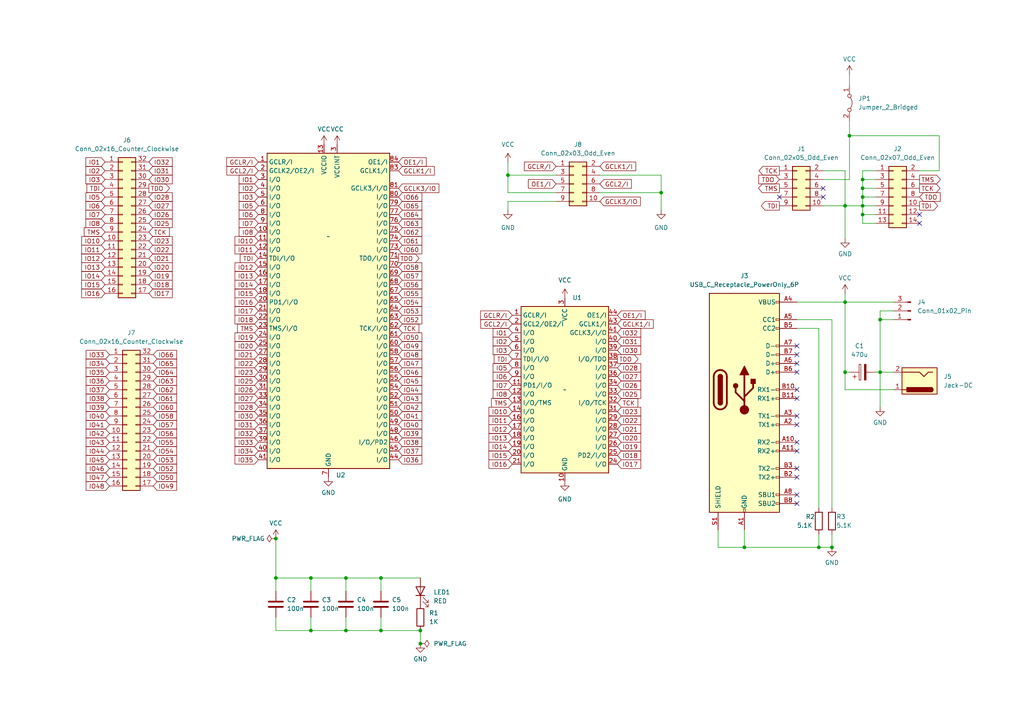
<source format=kicad_sch>
(kicad_sch (version 20230121) (generator eeschema)
  (paper "A4")
  (lib_symbols
    (symbol "CPLD_Microchip:ATF1502AS-PLCC44"
      (property "Reference" "U" (at 0 0 0))
      (symbol "ATF1502AS-PLCC44_1_1"
        (pin input line (at -15.24 21.59 0) (length 2.54) (name "GCLR/I") (number "1"))
        (pin power_in line (at 0 -26.67 90) (length 2.54) (name "GND") (number "10"))
        (pin bidirectional line (at -15.24 1.27 0) (length 2.54) (name "PD1/I/O") (number "11"))
        (pin bidirectional line (at -15.24 -1.27 0) (length 2.54) (name "I/O") (number "12"))
        (pin bidirectional line (at -15.24 -3.81 0) (length 2.54) (name "I/O/TMS") (number "13"))
        (pin bidirectional line (at -15.24 -6.35 0) (length 2.54) (name "I/O") (number "14"))
        (pin passive line (at 0 26.67 270) (length 2.54) hide (name "VCC") (number "15"))
        (pin bidirectional line (at -15.24 -8.89 0) (length 2.54) (name "I/O") (number "16"))
        (pin bidirectional line (at -15.24 -11.43 0) (length 2.54) (name "I/O") (number "17"))
        (pin bidirectional line (at -15.24 -13.97 0) (length 2.54) (name "I/O") (number "18"))
        (pin bidirectional line (at -15.24 -16.51 0) (length 2.54) (name "I/O") (number "19"))
        (pin input line (at -15.24 19.05 0) (length 2.54) (name "GCL2/OE2/I") (number "2"))
        (pin bidirectional line (at -15.24 -19.05 0) (length 2.54) (name "I/O") (number "20"))
        (pin bidirectional line (at -15.24 -21.59 0) (length 2.54) (name "I/O") (number "21"))
        (pin passive line (at 0 -26.67 90) (length 2.54) hide (name "GND") (number "22"))
        (pin passive line (at 0 26.67 270) (length 2.54) hide (name "VCC") (number "23"))
        (pin bidirectional line (at 15.24 -21.59 180) (length 2.54) (name "I/O") (number "24"))
        (pin bidirectional line (at 15.24 -19.05 180) (length 2.54) (name "PD2/I/O") (number "25"))
        (pin bidirectional line (at 15.24 -16.51 180) (length 2.54) (name "I/O") (number "26"))
        (pin bidirectional line (at 15.24 -13.97 180) (length 2.54) (name "I/O") (number "27"))
        (pin bidirectional line (at 15.24 -11.43 180) (length 2.54) (name "I/O") (number "28"))
        (pin bidirectional line (at 15.24 -8.89 180) (length 2.54) (name "I/O") (number "29"))
        (pin power_in line (at 0 26.67 270) (length 2.54) (name "VCC") (number "3"))
        (pin passive line (at 0 -26.67 90) (length 2.54) hide (name "GND") (number "30"))
        (pin bidirectional line (at 15.24 -6.35 180) (length 2.54) (name "I/O") (number "31"))
        (pin bidirectional line (at 15.24 -3.81 180) (length 2.54) (name "I/O/TCK") (number "32"))
        (pin bidirectional line (at 15.24 -1.27 180) (length 2.54) (name "I/O") (number "33"))
        (pin bidirectional line (at 15.24 1.27 180) (length 2.54) (name "I/O") (number "34"))
        (pin passive line (at 0 26.67 270) (length 2.54) hide (name "VCC") (number "35"))
        (pin bidirectional line (at 15.24 3.81 180) (length 2.54) (name "I/O") (number "36"))
        (pin bidirectional line (at 15.24 6.35 180) (length 2.54) (name "I/O") (number "37"))
        (pin bidirectional line (at 15.24 8.89 180) (length 2.54) (name "I/O/TDO") (number "38"))
        (pin bidirectional line (at 15.24 11.43 180) (length 2.54) (name "I/O") (number "39"))
        (pin bidirectional line (at -15.24 16.51 0) (length 2.54) (name "I/O") (number "4"))
        (pin bidirectional line (at 15.24 13.97 180) (length 2.54) (name "I/O") (number "40"))
        (pin bidirectional line (at 15.24 16.51 180) (length 2.54) (name "GCLK3/I/O") (number "41"))
        (pin passive line (at 0 -26.67 90) (length 2.54) hide (name "GND") (number "42"))
        (pin input line (at 15.24 19.05 180) (length 2.54) (name "GCLK1/I") (number "43"))
        (pin input line (at 15.24 21.59 180) (length 2.54) (name "OE1/I") (number "44"))
        (pin bidirectional line (at -15.24 13.97 0) (length 2.54) (name "I/O") (number "5"))
        (pin bidirectional line (at -15.24 11.43 0) (length 2.54) (name "I/O") (number "6"))
        (pin bidirectional line (at -15.24 8.89 0) (length 2.54) (name "TDI/I/O") (number "7"))
        (pin bidirectional line (at -15.24 6.35 0) (length 2.54) (name "I/O") (number "8"))
        (pin bidirectional line (at -15.24 3.81 0) (length 2.54) (name "I/O") (number "9"))
      )
    )
    (symbol "CPLD_Microchip:ATF1504AS-PLCC84"
      (property "Reference" "U" (at 0 0 0))
      (symbol "ATF1504AS-PLCC84_1_1"
        (pin input line (at -20.32 43.18 0) (length 2.54) (name "GCLR/I") (number "1"))
        (pin bidirectional line (at -20.32 22.86 0) (length 2.54) (name "I/O") (number "10"))
        (pin bidirectional line (at -20.32 20.32 0) (length 2.54) (name "I/O") (number "11"))
        (pin bidirectional line (at -20.32 17.78 0) (length 2.54) (name "I/O") (number "12"))
        (pin power_in line (at -1.27 48.26 270) (length 2.54) (name "VCCIO") (number "13"))
        (pin bidirectional line (at -20.32 15.24 0) (length 2.54) (name "TDI/I/O") (number "14"))
        (pin bidirectional line (at -20.32 12.7 0) (length 2.54) (name "I/O") (number "15"))
        (pin bidirectional line (at -20.32 10.16 0) (length 2.54) (name "I/O") (number "16"))
        (pin bidirectional line (at -20.32 7.62 0) (length 2.54) (name "I/O") (number "17"))
        (pin bidirectional line (at -20.32 5.08 0) (length 2.54) (name "I/O") (number "18"))
        (pin passive line (at 0 -48.26 90) (length 2.54) hide (name "GND") (number "19"))
        (pin input line (at -20.32 40.64 0) (length 2.54) (name "GCLK2/OE2/I") (number "2"))
        (pin bidirectional line (at -20.32 2.54 0) (length 2.54) (name "PD1/I/O") (number "20"))
        (pin bidirectional line (at -20.32 0 0) (length 2.54) (name "I/O") (number "21"))
        (pin bidirectional line (at -20.32 -2.54 0) (length 2.54) (name "I/O") (number "22"))
        (pin bidirectional line (at -20.32 -5.08 0) (length 2.54) (name "TMS/I/O") (number "23"))
        (pin bidirectional line (at -20.32 -7.62 0) (length 2.54) (name "I/O") (number "24"))
        (pin bidirectional line (at -20.32 -10.16 0) (length 2.54) (name "I/O") (number "25"))
        (pin passive line (at -1.27 48.26 270) (length 2.54) hide (name "VCCIO") (number "26"))
        (pin bidirectional line (at -20.32 -12.7 0) (length 2.54) (name "I/O") (number "27"))
        (pin bidirectional line (at -20.32 -15.24 0) (length 2.54) (name "I/O") (number "28"))
        (pin bidirectional line (at -20.32 -17.78 0) (length 2.54) (name "I/O") (number "29"))
        (pin bidirectional line (at -20.32 38.1 0) (length 2.54) (name "I/O") (number "3"))
        (pin power_in line (at 2.54 48.26 270) (length 2.54) (name "VCCINT") (number "3"))
        (pin bidirectional line (at -20.32 -20.32 0) (length 2.54) (name "I/O") (number "30"))
        (pin bidirectional line (at -20.32 -22.86 0) (length 2.54) (name "I/O") (number "31"))
        (pin passive line (at 0 -48.26 90) (length 2.54) hide (name "GND") (number "32"))
        (pin bidirectional line (at -20.32 -25.4 0) (length 2.54) (name "I/O") (number "33"))
        (pin bidirectional line (at -20.32 -27.94 0) (length 2.54) (name "I/O") (number "34"))
        (pin bidirectional line (at -20.32 -30.48 0) (length 2.54) (name "I/O") (number "35"))
        (pin bidirectional line (at -20.32 -33.02 0) (length 2.54) (name "I/O") (number "36"))
        (pin bidirectional line (at -20.32 -35.56 0) (length 2.54) (name "I/O") (number "37"))
        (pin passive line (at -1.27 48.26 270) (length 2.54) hide (name "VCCIO") (number "38"))
        (pin bidirectional line (at -20.32 -38.1 0) (length 2.54) (name "I/O") (number "39"))
        (pin bidirectional line (at -20.32 35.56 0) (length 2.54) (name "I/O") (number "4"))
        (pin bidirectional line (at -20.32 -40.64 0) (length 2.54) (name "I/O") (number "40"))
        (pin bidirectional line (at -20.32 -43.18 0) (length 2.54) (name "I/O") (number "41"))
        (pin passive line (at 0 -48.26 90) (length 2.54) hide (name "GND") (number "42"))
        (pin passive line (at 2.54 48.26 270) (length 2.54) hide (name "VCCINT") (number "43"))
        (pin bidirectional line (at 20.32 -43.18 180) (length 2.54) (name "I/O") (number "44"))
        (pin bidirectional line (at 20.32 -40.64 180) (length 2.54) (name "I/O") (number "45"))
        (pin bidirectional line (at 20.32 -38.1 180) (length 2.54) (name "I/O/PD2") (number "46"))
        (pin passive line (at 0 -48.26 90) (length 2.54) hide (name "GND") (number "47"))
        (pin bidirectional line (at 20.32 -35.56 180) (length 2.54) (name "I/O") (number "48"))
        (pin bidirectional line (at 20.32 -33.02 180) (length 2.54) (name "I/O") (number "49"))
        (pin bidirectional line (at -20.32 33.02 0) (length 2.54) (name "I/O") (number "5"))
        (pin bidirectional line (at 20.32 -30.48 180) (length 2.54) (name "I/O") (number "50"))
        (pin bidirectional line (at 20.32 -27.94 180) (length 2.54) (name "I/O") (number "51"))
        (pin bidirectional line (at 20.32 -25.4 180) (length 2.54) (name "I/O") (number "52"))
        (pin passive line (at -1.27 48.26 270) (length 2.54) hide (name "VCCIO") (number "53"))
        (pin bidirectional line (at 20.32 -22.86 180) (length 2.54) (name "I/O") (number "54"))
        (pin bidirectional line (at 20.32 -20.32 180) (length 2.54) (name "I/O") (number "55"))
        (pin bidirectional line (at 20.32 -17.78 180) (length 2.54) (name "I/O") (number "56"))
        (pin bidirectional line (at 20.32 -15.24 180) (length 2.54) (name "I/O") (number "57"))
        (pin bidirectional line (at 20.32 -12.7 180) (length 2.54) (name "I/O") (number "58"))
        (pin passive line (at 0 -48.26 90) (length 2.54) hide (name "GND") (number "59"))
        (pin bidirectional line (at -20.32 30.48 0) (length 2.54) (name "I/O") (number "6"))
        (pin bidirectional line (at 20.32 -10.16 180) (length 2.54) (name "I/O") (number "60"))
        (pin bidirectional line (at 20.32 -7.62 180) (length 2.54) (name "I/O") (number "61"))
        (pin bidirectional line (at 20.32 -5.08 180) (length 2.54) (name "TCK/I/O") (number "62"))
        (pin bidirectional line (at 20.32 -2.54 180) (length 2.54) (name "I/O") (number "63"))
        (pin bidirectional line (at 20.32 0 180) (length 2.54) (name "I/O") (number "64"))
        (pin bidirectional line (at 20.32 2.54 180) (length 2.54) (name "I/O") (number "65"))
        (pin passive line (at -1.27 48.26 270) (length 2.54) hide (name "VCCIO") (number "66"))
        (pin bidirectional line (at 20.32 5.08 180) (length 2.54) (name "I/O") (number "67"))
        (pin bidirectional line (at 20.32 7.62 180) (length 2.54) (name "I/O") (number "68"))
        (pin bidirectional line (at 20.32 10.16 180) (length 2.54) (name "I/O") (number "69"))
        (pin power_in line (at 0 -48.26 90) (length 2.54) (name "GND") (number "7"))
        (pin bidirectional line (at 20.32 12.7 180) (length 2.54) (name "I/O") (number "70"))
        (pin bidirectional line (at 20.32 15.24 180) (length 2.54) (name "TDO/I/O") (number "71"))
        (pin passive line (at 0 -48.26 90) (length 2.54) hide (name "GND") (number "72"))
        (pin bidirectional line (at 20.32 17.78 180) (length 2.54) (name "I/O") (number "73"))
        (pin bidirectional line (at 20.32 20.32 180) (length 2.54) (name "I/O") (number "74"))
        (pin bidirectional line (at 20.32 22.86 180) (length 2.54) (name "I/O") (number "75"))
        (pin bidirectional line (at 20.32 25.4 180) (length 2.54) (name "I/O") (number "76"))
        (pin bidirectional line (at 20.32 27.94 180) (length 2.54) (name "I/O") (number "77"))
        (pin passive line (at -1.27 48.26 270) (length 2.54) hide (name "VCCIO") (number "78"))
        (pin bidirectional line (at 20.32 30.48 180) (length 2.54) (name "I/O") (number "79"))
        (pin bidirectional line (at -20.32 27.94 0) (length 2.54) (name "I/O") (number "8"))
        (pin bidirectional line (at 20.32 33.02 180) (length 2.54) (name "I/O") (number "80"))
        (pin bidirectional line (at 20.32 35.56 180) (length 2.54) (name "GCLK3/I/O") (number "81"))
        (pin passive line (at 0 -48.26 90) (length 2.54) hide (name "GND") (number "82"))
        (pin input line (at 20.32 40.64 180) (length 2.54) (name "GCLK1/I") (number "83"))
        (pin input line (at 20.32 43.18 180) (length 2.54) (name "OE1/I") (number "84"))
        (pin bidirectional line (at -20.32 25.4 0) (length 2.54) (name "I/O") (number "9"))
      )
    )
    (symbol "Connector:Conn_01x03_Pin" (pin_names (offset 1.016) hide)
      (property "Reference" "J" (at 0 5.08 0))
      (property "Value" "Conn_01x03_Pin" (at 0 -5.08 0))
      (symbol "Conn_01x03_Pin_1_1"
        (pin passive line (at 5.08 2.54 180) (length 3.81) (name "Pin_1") (number "1"))
        (pin passive line (at 5.08 0 180) (length 3.81) (name "Pin_2") (number "2"))
        (pin passive line (at 5.08 -2.54 180) (length 3.81) (name "Pin_3") (number "3"))
      )
    )
    (symbol "Connector:Jack-DC" (pin_names (offset 1.016))
      (property "Reference" "J" (at 0 5.334 0))
      (property "Value" "Jack-DC" (at 0 -5.08 0))
      (symbol "Jack-DC_1_1"
        (pin passive line (at 7.62 2.54 180) (length 2.54) (name "~") (number "1"))
        (pin passive line (at 7.62 -2.54 180) (length 2.54) (name "~") (number "2"))
      )
    )
    (symbol "Connector:USB_C_Receptacle" (pin_names (offset 1.016))
      (property "Reference" "J" (at -10.16 29.21 0))
      (property "Value" "USB_C_Receptacle" (at 10.16 29.21 0))
      (symbol "USB_C_Receptacle_1_1"
        (pin passive line (at 0 -40.64 90) (length 5.08) (name "GND") (number "A1"))
        (pin bidirectional line (at 15.24 -15.24 180) (length 5.08) (name "RX2-") (number "A10"))
        (pin bidirectional line (at 15.24 -17.78 180) (length 5.08) (name "RX2+") (number "A11"))
        (pin passive line (at 0 -40.64 90) (length 5.08) hide (name "GND") (number "A12"))
        (pin bidirectional line (at 15.24 -10.16 180) (length 5.08) (name "TX1+") (number "A2"))
        (pin bidirectional line (at 15.24 -7.62 180) (length 5.08) (name "TX1-") (number "A3"))
        (pin passive line (at 15.24 25.4 180) (length 5.08) (name "VBUS") (number "A4"))
        (pin bidirectional line (at 15.24 20.32 180) (length 5.08) (name "CC1") (number "A5"))
        (pin bidirectional line (at 15.24 7.62 180) (length 5.08) (name "D+") (number "A6"))
        (pin bidirectional line (at 15.24 12.7 180) (length 5.08) (name "D-") (number "A7"))
        (pin bidirectional line (at 15.24 -30.48 180) (length 5.08) (name "SBU1") (number "A8"))
        (pin passive line (at 15.24 25.4 180) (length 5.08) hide (name "VBUS") (number "A9"))
        (pin passive line (at 0 -40.64 90) (length 5.08) hide (name "GND") (number "B1"))
        (pin bidirectional line (at 15.24 0 180) (length 5.08) (name "RX1-") (number "B10"))
        (pin bidirectional line (at 15.24 -2.54 180) (length 5.08) (name "RX1+") (number "B11"))
        (pin passive line (at 0 -40.64 90) (length 5.08) hide (name "GND") (number "B12"))
        (pin bidirectional line (at 15.24 -25.4 180) (length 5.08) (name "TX2+") (number "B2"))
        (pin bidirectional line (at 15.24 -22.86 180) (length 5.08) (name "TX2-") (number "B3"))
        (pin passive line (at 15.24 25.4 180) (length 5.08) hide (name "VBUS") (number "B4"))
        (pin bidirectional line (at 15.24 17.78 180) (length 5.08) (name "CC2") (number "B5"))
        (pin bidirectional line (at 15.24 5.08 180) (length 5.08) (name "D+") (number "B6"))
        (pin bidirectional line (at 15.24 10.16 180) (length 5.08) (name "D-") (number "B7"))
        (pin bidirectional line (at 15.24 -33.02 180) (length 5.08) (name "SBU2") (number "B8"))
        (pin passive line (at 15.24 25.4 180) (length 5.08) hide (name "VBUS") (number "B9"))
        (pin passive line (at -7.62 -40.64 90) (length 5.08) (name "SHIELD") (number "S1"))
      )
    )
    (symbol "Connector_Generic:Conn_02x05_Odd_Even" (pin_names (offset 1.016) hide)
      (property "Reference" "J" (at 1.27 7.62 0))
      (property "Value" "Conn_02x05_Odd_Even" (at 1.27 -7.62 0))
      (symbol "Conn_02x05_Odd_Even_1_1"
        (pin passive line (at -5.08 5.08 0) (length 3.81) (name "Pin_1") (number "1"))
        (pin passive line (at 7.62 -5.08 180) (length 3.81) (name "Pin_10") (number "10"))
        (pin passive line (at 7.62 5.08 180) (length 3.81) (name "Pin_2") (number "2"))
        (pin passive line (at -5.08 2.54 0) (length 3.81) (name "Pin_3") (number "3"))
        (pin passive line (at 7.62 2.54 180) (length 3.81) (name "Pin_4") (number "4"))
        (pin passive line (at -5.08 0 0) (length 3.81) (name "Pin_5") (number "5"))
        (pin passive line (at 7.62 0 180) (length 3.81) (name "Pin_6") (number "6"))
        (pin passive line (at -5.08 -2.54 0) (length 3.81) (name "Pin_7") (number "7"))
        (pin passive line (at 7.62 -2.54 180) (length 3.81) (name "Pin_8") (number "8"))
        (pin passive line (at -5.08 -5.08 0) (length 3.81) (name "Pin_9") (number "9"))
      )
    )
    (symbol "Connector_Generic:Conn_02x07_Odd_Even" (pin_names (offset 1.016) hide)
      (property "Reference" "J" (at 1.27 10.16 0))
      (property "Value" "Conn_02x07_Odd_Even" (at 1.27 -10.16 0))
      (symbol "Conn_02x07_Odd_Even_1_1"
        (pin passive line (at -5.08 7.62 0) (length 3.81) (name "Pin_1") (number "1"))
        (pin passive line (at 7.62 -2.54 180) (length 3.81) (name "Pin_10") (number "10"))
        (pin passive line (at -5.08 -5.08 0) (length 3.81) (name "Pin_11") (number "11"))
        (pin passive line (at 7.62 -5.08 180) (length 3.81) (name "Pin_12") (number "12"))
        (pin passive line (at -5.08 -7.62 0) (length 3.81) (name "Pin_13") (number "13"))
        (pin passive line (at 7.62 -7.62 180) (length 3.81) (name "Pin_14") (number "14"))
        (pin passive line (at 7.62 7.62 180) (length 3.81) (name "Pin_2") (number "2"))
        (pin passive line (at -5.08 5.08 0) (length 3.81) (name "Pin_3") (number "3"))
        (pin passive line (at 7.62 5.08 180) (length 3.81) (name "Pin_4") (number "4"))
        (pin passive line (at -5.08 2.54 0) (length 3.81) (name "Pin_5") (number "5"))
        (pin passive line (at 7.62 2.54 180) (length 3.81) (name "Pin_6") (number "6"))
        (pin passive line (at -5.08 0 0) (length 3.81) (name "Pin_7") (number "7"))
        (pin passive line (at 7.62 0 180) (length 3.81) (name "Pin_8") (number "8"))
        (pin passive line (at -5.08 -2.54 0) (length 3.81) (name "Pin_9") (number "9"))
      )
    )
    (symbol "Connector_Generic:Conn_02x16_Counter_Clockwise" (pin_names (offset 1.016) hide)
      (property "Reference" "J" (at 1.27 20.32 0))
      (property "Value" "Conn_02x16_Counter_Clockwise" (at 1.27 -22.86 0))
      (symbol "Conn_02x16_Counter_Clockwise_1_1"
        (pin passive line (at -5.08 17.78 0) (length 3.81) (name "Pin_1") (number "1"))
        (pin passive line (at -5.08 -5.08 0) (length 3.81) (name "Pin_10") (number "10"))
        (pin passive line (at -5.08 -7.62 0) (length 3.81) (name "Pin_11") (number "11"))
        (pin passive line (at -5.08 -10.16 0) (length 3.81) (name "Pin_12") (number "12"))
        (pin passive line (at -5.08 -12.7 0) (length 3.81) (name "Pin_13") (number "13"))
        (pin passive line (at -5.08 -15.24 0) (length 3.81) (name "Pin_14") (number "14"))
        (pin passive line (at -5.08 -17.78 0) (length 3.81) (name "Pin_15") (number "15"))
        (pin passive line (at -5.08 -20.32 0) (length 3.81) (name "Pin_16") (number "16"))
        (pin passive line (at 7.62 -20.32 180) (length 3.81) (name "Pin_17") (number "17"))
        (pin passive line (at 7.62 -17.78 180) (length 3.81) (name "Pin_18") (number "18"))
        (pin passive line (at 7.62 -15.24 180) (length 3.81) (name "Pin_19") (number "19"))
        (pin passive line (at -5.08 15.24 0) (length 3.81) (name "Pin_2") (number "2"))
        (pin passive line (at 7.62 -12.7 180) (length 3.81) (name "Pin_20") (number "20"))
        (pin passive line (at 7.62 -10.16 180) (length 3.81) (name "Pin_21") (number "21"))
        (pin passive line (at 7.62 -7.62 180) (length 3.81) (name "Pin_22") (number "22"))
        (pin passive line (at 7.62 -5.08 180) (length 3.81) (name "Pin_23") (number "23"))
        (pin passive line (at 7.62 -2.54 180) (length 3.81) (name "Pin_24") (number "24"))
        (pin passive line (at 7.62 0 180) (length 3.81) (name "Pin_25") (number "25"))
        (pin passive line (at 7.62 2.54 180) (length 3.81) (name "Pin_26") (number "26"))
        (pin passive line (at 7.62 5.08 180) (length 3.81) (name "Pin_27") (number "27"))
        (pin passive line (at 7.62 7.62 180) (length 3.81) (name "Pin_28") (number "28"))
        (pin passive line (at 7.62 10.16 180) (length 3.81) (name "Pin_29") (number "29"))
        (pin passive line (at -5.08 12.7 0) (length 3.81) (name "Pin_3") (number "3"))
        (pin passive line (at 7.62 12.7 180) (length 3.81) (name "Pin_30") (number "30"))
        (pin passive line (at 7.62 15.24 180) (length 3.81) (name "Pin_31") (number "31"))
        (pin passive line (at 7.62 17.78 180) (length 3.81) (name "Pin_32") (number "32"))
        (pin passive line (at -5.08 10.16 0) (length 3.81) (name "Pin_4") (number "4"))
        (pin passive line (at -5.08 7.62 0) (length 3.81) (name "Pin_5") (number "5"))
        (pin passive line (at -5.08 5.08 0) (length 3.81) (name "Pin_6") (number "6"))
        (pin passive line (at -5.08 2.54 0) (length 3.81) (name "Pin_7") (number "7"))
        (pin passive line (at -5.08 0 0) (length 3.81) (name "Pin_8") (number "8"))
        (pin passive line (at -5.08 -2.54 0) (length 3.81) (name "Pin_9") (number "9"))
      )
    )
    (symbol "Device:C" (pin_numbers hide) (pin_names (offset 0.254))
      (property "Reference" "C" (at 0.635 2.54 0))
      (property "Value" "C" (at 0.635 -2.54 0))
      (symbol "C_1_1"
        (pin passive line (at 0 3.81 270) (length 2.794) (name "~") (number "1"))
        (pin passive line (at 0 -3.81 90) (length 2.794) (name "~") (number "2"))
      )
    )
    (symbol "Device:C_Polarized" (pin_numbers hide) (pin_names (offset 0.254))
      (property "Reference" "C" (at 0.635 2.54 0))
      (property "Value" "C_Polarized" (at 0.635 -2.54 0))
      (symbol "C_Polarized_1_1"
        (pin passive line (at 0 3.81 270) (length 2.794) (name "~") (number "1"))
        (pin passive line (at 0 -3.81 90) (length 2.794) (name "~") (number "2"))
      )
    )
    (symbol "Device:LED" (pin_numbers hide) (pin_names (offset 1.016) hide)
      (property "Reference" "D" (at 0 2.54 0))
      (property "Value" "LED" (at 0 -2.54 0))
      (symbol "LED_1_1"
        (pin passive line (at -3.81 0 0) (length 2.54) (name "K") (number "1"))
        (pin passive line (at 3.81 0 180) (length 2.54) (name "A") (number "2"))
      )
    )
    (symbol "Device:R" (pin_numbers hide) (pin_names (offset 0))
      (property "Reference" "R" (at 2.032 0 90))
      (property "Value" "R" (at 0 0 90))
      (symbol "R_1_1"
        (pin passive line (at 0 3.81 270) (length 1.27) (name "~") (number "1"))
        (pin passive line (at 0 -3.81 90) (length 1.27) (name "~") (number "2"))
      )
    )
    (symbol "Jumper:Jumper_2_Bridged" (pin_names (offset 0) hide)
      (property "Reference" "JP" (at 0 1.905 0))
      (property "Value" "Jumper_2_Bridged" (at 0 -2.54 0))
      (symbol "Jumper_2_Bridged_1_1"
        (pin passive line (at -5.08 0 0) (length 2.54) (name "A") (number "1"))
        (pin passive line (at 5.08 0 180) (length 2.54) (name "B") (number "2"))
      )
    )
    (symbol "power:GND" (power) (pin_names (offset 0))
      (property "Value" "GND" (at 0 -3.81 0))
      (symbol "GND_1_1"
        (pin power_in line (at 0 0 270) (length 0) hide (name "GND") (number "1"))
      )
    )
    (symbol "power:PWR_FLAG" (power) (pin_numbers hide) (pin_names (offset 0) hide)
      (property "Value" "PWR_FLAG" (at 0 3.81 0))
      (symbol "PWR_FLAG_0_0"
        (pin power_out line (at 0 0 90) (length 0) (name "pwr") (number "1"))
      )
    )
    (symbol "power:VCC" (power) (pin_names (offset 0))
      (property "Value" "VCC" (at 0 3.81 0))
      (symbol "VCC_1_1"
        (pin power_in line (at 0 0 90) (length 0) hide (name "VCC") (number "1"))
      )
    )
  )
  (junction (at 250.19 59.69))
  (junction (at 237.49 158.75))
  (junction (at 215.9 158.75))
  (junction (at 246.38 39.37))
  (junction (at 110.49 182.88))
  (junction (at 245.11 87.63))
  (junction (at 250.19 57.15))
  (junction (at 241.3 158.75))
  (junction (at 245.11 107.95))
  (junction (at 80.01 167.64))
  (junction (at 90.17 182.88))
  (junction (at 250.19 52.07))
  (junction (at 90.17 167.64))
  (junction (at 121.92 182.88))
  (junction (at 250.19 54.61))
  (junction (at 245.11 59.69))
  (junction (at 121.92 186.69))
  (junction (at 250.19 62.23))
  (junction (at 100.33 167.64))
  (junction (at 191.77 55.88))
  (junction (at 110.49 167.64))
  (junction (at 255.27 92.71))
  (junction (at 255.27 107.95))
  (junction (at 100.33 182.88))
  (junction (at 147.32 50.8))
  (junction (at 80.01 156.21))
  (no_connect (at 266.7 62.23))
  (no_connect (at 231.14 102.87))
  (no_connect (at 238.76 54.61))
  (no_connect (at 231.14 113.03))
  (no_connect (at 231.14 130.81))
  (no_connect (at 231.14 146.05))
  (no_connect (at 231.14 105.41))
  (no_connect (at 231.14 100.33))
  (no_connect (at 226.06 57.15))
  (no_connect (at 231.14 138.43))
  (no_connect (at 231.14 115.57))
  (no_connect (at 231.14 120.65))
  (no_connect (at 231.14 143.51))
  (no_connect (at 231.14 128.27))
  (no_connect (at 231.14 123.19))
  (no_connect (at 238.76 57.15))
  (no_connect (at 266.7 64.77))
  (no_connect (at 231.14 135.89))
  (no_connect (at 231.14 107.95))
  (wire (pts (xy 255.27 90.17) (xy 255.27 92.71)))
  (wire (pts (xy 241.3 92.71) (xy 231.14 92.71)))
  (wire (pts (xy 246.38 34.925) (xy 246.38 39.37)))
  (wire (pts (xy 80.01 156.21) (xy 80.01 167.64)))
  (wire (pts (xy 250.19 52.07) (xy 254 52.07)))
  (wire (pts (xy 121.92 167.64) (xy 110.49 167.64)))
  (wire (pts (xy 161.29 55.88) (xy 147.32 55.88)))
  (wire (pts (xy 161.29 58.42) (xy 147.32 58.42)))
  (wire (pts (xy 121.92 182.88) (xy 121.92 186.69)))
  (wire (pts (xy 245.11 107.95) (xy 245.11 113.03)))
  (wire (pts (xy 245.11 59.69) (xy 245.11 69.215)))
  (wire (pts (xy 90.17 182.88) (xy 100.33 182.88)))
  (wire (pts (xy 250.19 64.77) (xy 254 64.77)))
  (wire (pts (xy 173.99 55.88) (xy 191.77 55.88)))
  (wire (pts (xy 100.33 179.07) (xy 100.33 182.88)))
  (wire (pts (xy 255.27 107.95) (xy 259.08 107.95)))
  (wire (pts (xy 147.32 55.88) (xy 147.32 50.8)))
  (wire (pts (xy 191.77 50.8) (xy 191.77 55.88)))
  (wire (pts (xy 250.19 59.69) (xy 254 59.69)))
  (wire (pts (xy 110.49 182.88) (xy 121.92 182.88)))
  (wire (pts (xy 100.33 167.64) (xy 90.17 167.64)))
  (wire (pts (xy 238.76 49.53) (xy 245.11 49.53)))
  (wire (pts (xy 238.76 59.69) (xy 245.11 59.69)))
  (wire (pts (xy 147.32 58.42) (xy 147.32 60.96)))
  (wire (pts (xy 272.415 39.37) (xy 272.415 49.53)))
  (wire (pts (xy 161.29 50.8) (xy 147.32 50.8)))
  (wire (pts (xy 255.27 107.95) (xy 255.27 118.11)))
  (wire (pts (xy 245.11 87.63) (xy 259.08 87.63)))
  (wire (pts (xy 250.19 54.61) (xy 250.19 52.07)))
  (wire (pts (xy 110.49 167.64) (xy 100.33 167.64)))
  (wire (pts (xy 237.49 154.94) (xy 237.49 158.75)))
  (wire (pts (xy 215.9 153.67) (xy 215.9 158.75)))
  (wire (pts (xy 237.49 95.25) (xy 237.49 147.32)))
  (wire (pts (xy 250.19 57.15) (xy 250.19 54.61)))
  (wire (pts (xy 208.28 153.67) (xy 208.28 158.75)))
  (wire (pts (xy 245.11 49.53) (xy 245.11 59.69)))
  (wire (pts (xy 255.27 92.71) (xy 255.27 107.95)))
  (wire (pts (xy 245.11 87.63) (xy 245.11 107.95)))
  (wire (pts (xy 250.19 62.23) (xy 254 62.23)))
  (wire (pts (xy 90.17 179.07) (xy 90.17 182.88)))
  (wire (pts (xy 250.19 62.23) (xy 250.19 64.77)))
  (wire (pts (xy 250.19 59.69) (xy 250.19 57.15)))
  (wire (pts (xy 246.38 52.07) (xy 238.76 52.07)))
  (wire (pts (xy 191.77 55.88) (xy 191.77 60.96)))
  (wire (pts (xy 245.11 59.69) (xy 250.19 59.69)))
  (wire (pts (xy 208.28 158.75) (xy 215.9 158.75)))
  (wire (pts (xy 100.33 167.64) (xy 100.33 171.45)))
  (wire (pts (xy 241.3 158.75) (xy 241.3 154.94)))
  (wire (pts (xy 100.33 182.88) (xy 110.49 182.88)))
  (wire (pts (xy 241.3 92.71) (xy 241.3 147.32)))
  (wire (pts (xy 80.01 179.07) (xy 80.01 182.88)))
  (wire (pts (xy 80.01 167.64) (xy 80.01 171.45)))
  (wire (pts (xy 245.11 107.95) (xy 246.38 107.95)))
  (wire (pts (xy 246.38 21.59) (xy 246.38 24.765)))
  (wire (pts (xy 259.08 90.17) (xy 255.27 90.17)))
  (wire (pts (xy 250.19 52.07) (xy 250.19 49.53)))
  (wire (pts (xy 266.7 49.53) (xy 272.415 49.53)))
  (wire (pts (xy 80.01 182.88) (xy 90.17 182.88)))
  (wire (pts (xy 272.415 39.37) (xy 246.38 39.37)))
  (wire (pts (xy 231.14 87.63) (xy 245.11 87.63)))
  (wire (pts (xy 147.32 50.8) (xy 147.32 46.99)))
  (wire (pts (xy 215.9 158.75) (xy 237.49 158.75)))
  (wire (pts (xy 250.19 59.69) (xy 250.19 62.23)))
  (wire (pts (xy 245.11 85.09) (xy 245.11 87.63)))
  (wire (pts (xy 237.49 95.25) (xy 231.14 95.25)))
  (wire (pts (xy 245.11 113.03) (xy 259.08 113.03)))
  (wire (pts (xy 90.17 167.64) (xy 90.17 171.45)))
  (wire (pts (xy 237.49 158.75) (xy 241.3 158.75)))
  (wire (pts (xy 173.99 50.8) (xy 191.77 50.8)))
  (wire (pts (xy 250.19 49.53) (xy 254 49.53)))
  (wire (pts (xy 250.19 54.61) (xy 254 54.61)))
  (wire (pts (xy 246.38 39.37) (xy 246.38 52.07)))
  (wire (pts (xy 254 107.95) (xy 255.27 107.95)))
  (wire (pts (xy 110.49 167.64) (xy 110.49 171.45)))
  (wire (pts (xy 110.49 179.07) (xy 110.49 182.88)))
  (wire (pts (xy 250.19 57.15) (xy 254 57.15)))
  (wire (pts (xy 90.17 167.64) (xy 80.01 167.64)))
  (wire (pts (xy 255.27 92.71) (xy 259.08 92.71)))
  (global_label "IO27" (shape input) (at 74.93 115.57 180) (property "Intersheetrefs" "${INTERSHEET_REFS}" (effects hide)))
  (global_label "IO49" (shape input) (at 115.57 100.33 0) (property "Intersheetrefs" "${INTERSHEET_REFS}" (effects hide)))
  (global_label "GCLK1{slash}I" (shape input) (at 115.57 49.53 0) (property "Intersheetrefs" "${INTERSHEET_REFS}" (effects hide)))
  (global_label "IO34" (shape input) (at 74.93 130.81 180) (property "Intersheetrefs" "${INTERSHEET_REFS}" (effects hide)))
  (global_label "IO23" (shape input) (at 74.93 107.95 180) (property "Intersheetrefs" "${INTERSHEET_REFS}" (effects hide)))
  (global_label "IO30" (shape input) (at 179.07 101.6 0) (property "Intersheetrefs" "${INTERSHEET_REFS}" (effects hide)))
  (global_label "IO20" (shape input) (at 179.07 127 0) (property "Intersheetrefs" "${INTERSHEET_REFS}" (effects hide)))
  (global_label "IO30" (shape input) (at 74.93 120.65 180) (property "Intersheetrefs" "${INTERSHEET_REFS}" (effects hide)))
  (global_label "IO64" (shape input) (at 44.45 107.95 0) (property "Intersheetrefs" "${INTERSHEET_REFS}" (effects hide)))
  (global_label "IO10" (shape input) (at 148.59 119.38 180) (property "Intersheetrefs" "${INTERSHEET_REFS}" (effects hide)))
  (global_label "GCLK3{slash}IO" (shape input) (at 115.57 54.61 0) (property "Intersheetrefs" "${INTERSHEET_REFS}" (effects hide)))
  (global_label "IO15" (shape input) (at 74.93 85.09 180) (property "Intersheetrefs" "${INTERSHEET_REFS}" (effects hide)))
  (global_label "IO16" (shape input) (at 148.59 134.62 180) (property "Intersheetrefs" "${INTERSHEET_REFS}" (effects hide)))
  (global_label "IO1" (shape input) (at 74.93 52.07 180) (property "Intersheetrefs" "${INTERSHEET_REFS}" (effects hide)))
  (global_label "IO38" (shape input) (at 31.75 115.57 180) (property "Intersheetrefs" "${INTERSHEET_REFS}" (effects hide)))
  (global_label "IO54" (shape input) (at 44.45 130.81 0) (property "Intersheetrefs" "${INTERSHEET_REFS}" (effects hide)))
  (global_label "IO21" (shape input) (at 74.93 102.87 180) (property "Intersheetrefs" "${INTERSHEET_REFS}" (effects hide)))
  (global_label "IO27" (shape input) (at 179.07 109.22 0) (property "Intersheetrefs" "${INTERSHEET_REFS}" (effects hide)))
  (global_label "IO2" (shape input) (at 74.93 54.61 180) (property "Intersheetrefs" "${INTERSHEET_REFS}" (effects hide)))
  (global_label "IO6" (shape input) (at 74.93 62.23 180) (property "Intersheetrefs" "${INTERSHEET_REFS}" (effects hide)))
  (global_label "GCLK1{slash}I" (shape input) (at 173.99 48.26 0) (property "Intersheetrefs" "${INTERSHEET_REFS}" (effects hide)))
  (global_label "IO10" (shape input) (at 30.48 69.85 180) (property "Intersheetrefs" "${INTERSHEET_REFS}" (effects hide)))
  (global_label "IO26" (shape input) (at 74.93 113.03 180) (property "Intersheetrefs" "${INTERSHEET_REFS}" (effects hide)))
  (global_label "IO41" (shape input) (at 115.57 120.65 0) (property "Intersheetrefs" "${INTERSHEET_REFS}" (effects hide)))
  (global_label "IO28" (shape input) (at 43.18 57.15 0) (property "Intersheetrefs" "${INTERSHEET_REFS}" (effects hide)))
  (global_label "IO66" (shape input) (at 44.45 102.87 0) (property "Intersheetrefs" "${INTERSHEET_REFS}" (effects hide)))
  (global_label "IO62" (shape input) (at 44.45 113.03 0) (property "Intersheetrefs" "${INTERSHEET_REFS}" (effects hide)))
  (global_label "IO26" (shape input) (at 179.07 111.76 0) (property "Intersheetrefs" "${INTERSHEET_REFS}" (effects hide)))
  (global_label "IO7" (shape input) (at 148.59 111.76 180) (property "Intersheetrefs" "${INTERSHEET_REFS}" (effects hide)))
  (global_label "IO15" (shape input) (at 30.48 82.55 180) (property "Intersheetrefs" "${INTERSHEET_REFS}" (effects hide)))
  (global_label "GCLK1{slash}I" (shape input) (at 179.07 93.98 0) (property "Intersheetrefs" "${INTERSHEET_REFS}" (effects hide)))
  (global_label "TMS" (shape input) (at 148.59 116.84 180) (property "Intersheetrefs" "${INTERSHEET_REFS}" (effects hide)))
  (global_label "IO33" (shape input) (at 31.75 102.87 180) (property "Intersheetrefs" "${INTERSHEET_REFS}" (effects hide)))
  (global_label "IO53" (shape input) (at 44.45 133.35 0) (property "Intersheetrefs" "${INTERSHEET_REFS}" (effects hide)))
  (global_label "IO3" (shape input) (at 30.48 52.07 180) (property "Intersheetrefs" "${INTERSHEET_REFS}" (effects hide)))
  (global_label "IO32" (shape input) (at 43.18 46.99 0) (property "Intersheetrefs" "${INTERSHEET_REFS}" (effects hide)))
  (global_label "GCLR{slash}I" (shape input) (at 148.59 91.44 180) (property "Intersheetrefs" "${INTERSHEET_REFS}" (effects hide)))
  (global_label "IO55" (shape input) (at 44.45 128.27 0) (property "Intersheetrefs" "${INTERSHEET_REFS}" (effects hide)))
  (global_label "IO56" (shape input) (at 115.57 82.55 0) (property "Intersheetrefs" "${INTERSHEET_REFS}" (effects hide)))
  (global_label "IO14" (shape input) (at 30.48 80.01 180) (property "Intersheetrefs" "${INTERSHEET_REFS}" (effects hide)))
  (global_label "IO17" (shape input) (at 43.18 85.09 0) (property "Intersheetrefs" "${INTERSHEET_REFS}" (effects hide)))
  (global_label "IO2" (shape input) (at 30.48 49.53 180) (property "Intersheetrefs" "${INTERSHEET_REFS}" (effects hide)))
  (global_label "IO57" (shape input) (at 44.45 123.19 0) (property "Intersheetrefs" "${INTERSHEET_REFS}" (effects hide)))
  (global_label "IO32" (shape input) (at 74.93 125.73 180) (property "Intersheetrefs" "${INTERSHEET_REFS}" (effects hide)))
  (global_label "IO25" (shape input) (at 74.93 110.49 180) (property "Intersheetrefs" "${INTERSHEET_REFS}" (effects hide)))
  (global_label "IO61" (shape input) (at 44.45 115.57 0) (property "Intersheetrefs" "${INTERSHEET_REFS}" (effects hide)))
  (global_label "IO3" (shape input) (at 74.93 57.15 180) (property "Intersheetrefs" "${INTERSHEET_REFS}" (effects hide)))
  (global_label "IO21" (shape input) (at 43.18 74.93 0) (property "Intersheetrefs" "${INTERSHEET_REFS}" (effects hide)))
  (global_label "IO43" (shape input) (at 115.57 115.57 0) (property "Intersheetrefs" "${INTERSHEET_REFS}" (effects hide)))
  (global_label "TDO" (shape output) (at 43.18 54.61 0) (property "Intersheetrefs" "${INTERSHEET_REFS}" (effects hide)))
  (global_label "IO46" (shape input) (at 31.75 135.89 180) (property "Intersheetrefs" "${INTERSHEET_REFS}" (effects hide)))
  (global_label "IO10" (shape input) (at 74.93 69.85 180) (property "Intersheetrefs" "${INTERSHEET_REFS}" (effects hide)))
  (global_label "IO30" (shape input) (at 43.18 52.07 0) (property "Intersheetrefs" "${INTERSHEET_REFS}" (effects hide)))
  (global_label "IO5" (shape input) (at 30.48 57.15 180) (property "Intersheetrefs" "${INTERSHEET_REFS}" (effects hide)))
  (global_label "IO11" (shape input) (at 30.48 72.39 180) (property "Intersheetrefs" "${INTERSHEET_REFS}" (effects hide)))
  (global_label "GCL2{slash}I" (shape input) (at 74.93 49.53 180) (property "Intersheetrefs" "${INTERSHEET_REFS}" (effects hide)))
  (global_label "OE1{slash}I" (shape input) (at 115.57 46.99 0) (property "Intersheetrefs" "${INTERSHEET_REFS}" (effects hide)))
  (global_label "TDO" (shape input) (at 266.7 57.15 0) (property "Intersheetrefs" "${INTERSHEET_REFS}" (effects hide)))
  (global_label "IO47" (shape input) (at 115.57 105.41 0) (property "Intersheetrefs" "${INTERSHEET_REFS}" (effects hide)))
  (global_label "TDI" (shape output) (at 266.7 59.69 0) (property "Intersheetrefs" "${INTERSHEET_REFS}" (effects hide)))
  (global_label "IO23" (shape input) (at 179.07 119.38 0) (property "Intersheetrefs" "${INTERSHEET_REFS}" (effects hide)))
  (global_label "IO1" (shape input) (at 30.48 46.99 180) (property "Intersheetrefs" "${INTERSHEET_REFS}" (effects hide)))
  (global_label "IO35" (shape input) (at 74.93 133.35 180) (property "Intersheetrefs" "${INTERSHEET_REFS}" (effects hide)))
  (global_label "IO58" (shape input) (at 115.57 77.47 0) (property "Intersheetrefs" "${INTERSHEET_REFS}" (effects hide)))
  (global_label "IO18" (shape input) (at 179.07 132.08 0) (property "Intersheetrefs" "${INTERSHEET_REFS}" (effects hide)))
  (global_label "IO48" (shape input) (at 31.75 140.97 180) (property "Intersheetrefs" "${INTERSHEET_REFS}" (effects hide)))
  (global_label "IO47" (shape input) (at 31.75 138.43 180) (property "Intersheetrefs" "${INTERSHEET_REFS}" (effects hide)))
  (global_label "TDI" (shape input) (at 30.48 54.61 180) (property "Intersheetrefs" "${INTERSHEET_REFS}" (effects hide)))
  (global_label "IO56" (shape input) (at 44.45 125.73 0) (property "Intersheetrefs" "${INTERSHEET_REFS}" (effects hide)))
  (global_label "IO40" (shape input) (at 115.57 123.19 0) (property "Intersheetrefs" "${INTERSHEET_REFS}" (effects hide)))
  (global_label "IO8" (shape input) (at 74.93 67.31 180) (property "Intersheetrefs" "${INTERSHEET_REFS}" (effects hide)))
  (global_label "IO39" (shape input) (at 31.75 118.11 180) (property "Intersheetrefs" "${INTERSHEET_REFS}" (effects hide)))
  (global_label "GCL2{slash}I" (shape input) (at 173.99 53.34 0) (property "Intersheetrefs" "${INTERSHEET_REFS}" (effects hide)))
  (global_label "TCK" (shape output) (at 266.7 54.61 0) (property "Intersheetrefs" "${INTERSHEET_REFS}" (effects hide)))
  (global_label "IO36" (shape input) (at 31.75 110.49 180) (property "Intersheetrefs" "${INTERSHEET_REFS}" (effects hide)))
  (global_label "IO61" (shape input) (at 115.57 69.85 0) (property "Intersheetrefs" "${INTERSHEET_REFS}" (effects hide)))
  (global_label "TDI" (shape input) (at 74.93 74.93 180) (property "Intersheetrefs" "${INTERSHEET_REFS}" (effects hide)))
  (global_label "IO12" (shape input) (at 148.59 124.46 180) (property "Intersheetrefs" "${INTERSHEET_REFS}" (effects hide)))
  (global_label "IO42" (shape input) (at 115.57 118.11 0) (property "Intersheetrefs" "${INTERSHEET_REFS}" (effects hide)))
  (global_label "IO63" (shape input) (at 44.45 110.49 0) (property "Intersheetrefs" "${INTERSHEET_REFS}" (effects hide)))
  (global_label "GCL2{slash}I" (shape input) (at 148.59 93.98 180) (property "Intersheetrefs" "${INTERSHEET_REFS}" (effects hide)))
  (global_label "IO22" (shape input) (at 43.18 72.39 0) (property "Intersheetrefs" "${INTERSHEET_REFS}" (effects hide)))
  (global_label "IO16" (shape input) (at 30.48 85.09 180) (property "Intersheetrefs" "${INTERSHEET_REFS}" (effects hide)))
  (global_label "TMS" (shape input) (at 74.93 95.25 180) (property "Intersheetrefs" "${INTERSHEET_REFS}" (effects hide)))
  (global_label "IO49" (shape input) (at 44.45 140.97 0) (property "Intersheetrefs" "${INTERSHEET_REFS}" (effects hide)))
  (global_label "IO32" (shape input) (at 179.07 96.52 0) (property "Intersheetrefs" "${INTERSHEET_REFS}" (effects hide)))
  (global_label "IO37" (shape input) (at 31.75 113.03 180) (property "Intersheetrefs" "${INTERSHEET_REFS}" (effects hide)))
  (global_label "TDO" (shape input) (at 226.06 52.07 180) (property "Intersheetrefs" "${INTERSHEET_REFS}" (effects hide)))
  (global_label "IO21" (shape input) (at 179.07 124.46 0) (property "Intersheetrefs" "${INTERSHEET_REFS}" (effects hide)))
  (global_label "IO44" (shape input) (at 31.75 130.81 180) (property "Intersheetrefs" "${INTERSHEET_REFS}" (effects hide)))
  (global_label "TCK" (shape input) (at 43.18 67.31 0) (property "Intersheetrefs" "${INTERSHEET_REFS}" (effects hide)))
  (global_label "IO5" (shape input) (at 148.59 106.68 180) (property "Intersheetrefs" "${INTERSHEET_REFS}" (effects hide)))
  (global_label "IO41" (shape input) (at 31.75 123.19 180) (property "Intersheetrefs" "${INTERSHEET_REFS}" (effects hide)))
  (global_label "IO44" (shape input) (at 115.57 113.03 0) (property "Intersheetrefs" "${INTERSHEET_REFS}" (effects hide)))
  (global_label "IO55" (shape input) (at 115.57 85.09 0) (property "Intersheetrefs" "${INTERSHEET_REFS}" (effects hide)))
  (global_label "GCLR{slash}I" (shape input) (at 74.93 46.99 180) (property "Intersheetrefs" "${INTERSHEET_REFS}" (effects hide)))
  (global_label "IO28" (shape input) (at 179.07 106.68 0) (property "Intersheetrefs" "${INTERSHEET_REFS}" (effects hide)))
  (global_label "IO11" (shape input) (at 148.59 121.92 180) (property "Intersheetrefs" "${INTERSHEET_REFS}" (effects hide)))
  (global_label "IO13" (shape input) (at 74.93 80.01 180) (property "Intersheetrefs" "${INTERSHEET_REFS}" (effects hide)))
  (global_label "IO48" (shape input) (at 115.57 102.87 0) (property "Intersheetrefs" "${INTERSHEET_REFS}" (effects hide)))
  (global_label "IO39" (shape input) (at 115.57 125.73 0) (property "Intersheetrefs" "${INTERSHEET_REFS}" (effects hide)))
  (global_label "TDI" (shape input) (at 148.59 104.14 180) (property "Intersheetrefs" "${INTERSHEET_REFS}" (effects hide)))
  (global_label "IO13" (shape input) (at 148.59 127 180) (property "Intersheetrefs" "${INTERSHEET_REFS}" (effects hide)))
  (global_label "IO50" (shape input) (at 44.45 138.43 0) (property "Intersheetrefs" "${INTERSHEET_REFS}" (effects hide)))
  (global_label "IO54" (shape input) (at 115.57 87.63 0) (property "Intersheetrefs" "${INTERSHEET_REFS}" (effects hide)))
  (global_label "IO45" (shape input) (at 31.75 133.35 180) (property "Intersheetrefs" "${INTERSHEET_REFS}" (effects hide)))
  (global_label "GCLR{slash}I" (shape input) (at 161.29 48.26 180) (property "Intersheetrefs" "${INTERSHEET_REFS}" (effects hide)))
  (global_label "IO2" (shape input) (at 148.59 99.06 180) (property "Intersheetrefs" "${INTERSHEET_REFS}" (effects hide)))
  (global_label "IO18" (shape input) (at 43.18 82.55 0) (property "Intersheetrefs" "${INTERSHEET_REFS}" (effects hide)))
  (global_label "IO17" (shape input) (at 179.07 134.62 0) (property "Intersheetrefs" "${INTERSHEET_REFS}" (effects hide)))
  (global_label "IO12" (shape input) (at 30.48 74.93 180) (property "Intersheetrefs" "${INTERSHEET_REFS}" (effects hide)))
  (global_label "IO34" (shape input) (at 31.75 105.41 180) (property "Intersheetrefs" "${INTERSHEET_REFS}" (effects hide)))
  (global_label "IO52" (shape input) (at 44.45 135.89 0) (property "Intersheetrefs" "${INTERSHEET_REFS}" (effects hide)))
  (global_label "IO25" (shape input) (at 43.18 64.77 0) (property "Intersheetrefs" "${INTERSHEET_REFS}" (effects hide)))
  (global_label "IO64" (shape input) (at 115.57 62.23 0) (property "Intersheetrefs" "${INTERSHEET_REFS}" (effects hide)))
  (global_label "TMS" (shape output) (at 266.7 52.07 0) (property "Intersheetrefs" "${INTERSHEET_REFS}" (effects hide)))
  (global_label "IO31" (shape input) (at 179.07 99.06 0) (property "Intersheetrefs" "${INTERSHEET_REFS}" (effects hide)))
  (global_label "IO5" (shape input) (at 74.93 59.69 180) (property "Intersheetrefs" "${INTERSHEET_REFS}" (effects hide)))
  (global_label "IO8" (shape input) (at 148.59 114.3 180) (property "Intersheetrefs" "${INTERSHEET_REFS}" (effects hide)))
  (global_label "TCK" (shape input) (at 179.07 116.84 0) (property "Intersheetrefs" "${INTERSHEET_REFS}" (effects hide)))
  (global_label "IO13" (shape input) (at 30.48 77.47 180) (property "Intersheetrefs" "${INTERSHEET_REFS}" (effects hide)))
  (global_label "TMS" (shape output) (at 226.06 54.61 180) (property "Intersheetrefs" "${INTERSHEET_REFS}" (effects hide)))
  (global_label "IO38" (shape input) (at 115.57 128.27 0) (property "Intersheetrefs" "${INTERSHEET_REFS}" (effects hide)))
  (global_label "TDO" (shape output) (at 115.57 74.93 0) (property "Intersheetrefs" "${INTERSHEET_REFS}" (effects hide)))
  (global_label "IO27" (shape input) (at 43.18 59.69 0) (property "Intersheetrefs" "${INTERSHEET_REFS}" (effects hide)))
  (global_label "IO14" (shape input) (at 148.59 129.54 180) (property "Intersheetrefs" "${INTERSHEET_REFS}" (effects hide)))
  (global_label "TMS" (shape input) (at 30.48 67.31 180) (property "Intersheetrefs" "${INTERSHEET_REFS}" (effects hide)))
  (global_label "IO31" (shape input) (at 43.18 49.53 0) (property "Intersheetrefs" "${INTERSHEET_REFS}" (effects hide)))
  (global_label "IO40" (shape input) (at 31.75 120.65 180) (property "Intersheetrefs" "${INTERSHEET_REFS}" (effects hide)))
  (global_label "TCK" (shape input) (at 115.57 95.25 0) (property "Intersheetrefs" "${INTERSHEET_REFS}" (effects hide)))
  (global_label "IO25" (shape input) (at 179.07 114.3 0) (property "Intersheetrefs" "${INTERSHEET_REFS}" (effects hide)))
  (global_label "IO57" (shape input) (at 115.57 80.01 0) (property "Intersheetrefs" "${INTERSHEET_REFS}" (effects hide)))
  (global_label "TDO" (shape output) (at 179.07 104.14 0) (property "Intersheetrefs" "${INTERSHEET_REFS}" (effects hide)))
  (global_label "IO18" (shape input) (at 74.93 92.71 180) (property "Intersheetrefs" "${INTERSHEET_REFS}" (effects hide)))
  (global_label "IO23" (shape input) (at 43.18 69.85 0) (property "Intersheetrefs" "${INTERSHEET_REFS}" (effects hide)))
  (global_label "IO11" (shape input) (at 74.93 72.39 180) (property "Intersheetrefs" "${INTERSHEET_REFS}" (effects hide)))
  (global_label "IO31" (shape input) (at 74.93 123.19 180) (property "Intersheetrefs" "${INTERSHEET_REFS}" (effects hide)))
  (global_label "IO66" (shape input) (at 115.57 57.15 0) (property "Intersheetrefs" "${INTERSHEET_REFS}" (effects hide)))
  (global_label "IO6" (shape input) (at 30.48 59.69 180) (property "Intersheetrefs" "${INTERSHEET_REFS}" (effects hide)))
  (global_label "IO12" (shape input) (at 74.93 77.47 180) (property "Intersheetrefs" "${INTERSHEET_REFS}" (effects hide)))
  (global_label "IO15" (shape input) (at 148.59 132.08 180) (property "Intersheetrefs" "${INTERSHEET_REFS}" (effects hide)))
  (global_label "IO22" (shape input) (at 179.07 121.92 0) (property "Intersheetrefs" "${INTERSHEET_REFS}" (effects hide)))
  (global_label "IO6" (shape input) (at 148.59 109.22 180) (property "Intersheetrefs" "${INTERSHEET_REFS}" (effects hide)))
  (global_label "IO65" (shape input) (at 44.45 105.41 0) (property "Intersheetrefs" "${INTERSHEET_REFS}" (effects hide)))
  (global_label "IO36" (shape input) (at 115.57 133.35 0) (property "Intersheetrefs" "${INTERSHEET_REFS}" (effects hide)))
  (global_label "IO37" (shape input) (at 115.57 130.81 0) (property "Intersheetrefs" "${INTERSHEET_REFS}" (effects hide)))
  (global_label "IO3" (shape input) (at 148.59 101.6 180) (property "Intersheetrefs" "${INTERSHEET_REFS}" (effects hide)))
  (global_label "IO52" (shape input) (at 115.57 92.71 0) (property "Intersheetrefs" "${INTERSHEET_REFS}" (effects hide)))
  (global_label "IO42" (shape input) (at 31.75 125.73 180) (property "Intersheetrefs" "${INTERSHEET_REFS}" (effects hide)))
  (global_label "IO22" (shape input) (at 74.93 105.41 180) (property "Intersheetrefs" "${INTERSHEET_REFS}" (effects hide)))
  (global_label "IO19" (shape input) (at 179.07 129.54 0) (property "Intersheetrefs" "${INTERSHEET_REFS}" (effects hide)))
  (global_label "IO7" (shape input) (at 30.48 62.23 180) (property "Intersheetrefs" "${INTERSHEET_REFS}" (effects hide)))
  (global_label "IO62" (shape input) (at 115.57 67.31 0) (property "Intersheetrefs" "${INTERSHEET_REFS}" (effects hide)))
  (global_label "IO20" (shape input) (at 74.93 100.33 180) (property "Intersheetrefs" "${INTERSHEET_REFS}" (effects hide)))
  (global_label "IO45" (shape input) (at 115.57 110.49 0) (property "Intersheetrefs" "${INTERSHEET_REFS}" (effects hide)))
  (global_label "IO14" (shape input) (at 74.93 82.55 180) (property "Intersheetrefs" "${INTERSHEET_REFS}" (effects hide)))
  (global_label "IO65" (shape input) (at 115.57 59.69 0) (property "Intersheetrefs" "${INTERSHEET_REFS}" (effects hide)))
  (global_label "IO35" (shape input) (at 31.75 107.95 180) (property "Intersheetrefs" "${INTERSHEET_REFS}" (effects hide)))
  (global_label "GCLK3{slash}IO" (shape input) (at 173.99 58.42 0) (property "Intersheetrefs" "${INTERSHEET_REFS}" (effects hide)))
  (global_label "IO58" (shape input) (at 44.45 120.65 0) (property "Intersheetrefs" "${INTERSHEET_REFS}" (effects hide)))
  (global_label "IO46" (shape input) (at 115.57 107.95 0) (property "Intersheetrefs" "${INTERSHEET_REFS}" (effects hide)))
  (global_label "IO7" (shape input) (at 74.93 64.77 180) (property "Intersheetrefs" "${INTERSHEET_REFS}" (effects hide)))
  (global_label "IO19" (shape input) (at 74.93 97.79 180) (property "Intersheetrefs" "${INTERSHEET_REFS}" (effects hide)))
  (global_label "IO33" (shape input) (at 74.93 128.27 180) (property "Intersheetrefs" "${INTERSHEET_REFS}" (effects hide)))
  (global_label "IO43" (shape input) (at 31.75 128.27 180) (property "Intersheetrefs" "${INTERSHEET_REFS}" (effects hide)))
  (global_label "IO16" (shape input) (at 74.93 87.63 180) (property "Intersheetrefs" "${INTERSHEET_REFS}" (effects hide)))
  (global_label "IO63" (shape input) (at 115.57 64.77 0) (property "Intersheetrefs" "${INTERSHEET_REFS}" (effects hide)))
  (global_label "IO50" (shape input) (at 115.57 97.79 0) (property "Intersheetrefs" "${INTERSHEET_REFS}" (effects hide)))
  (global_label "TDI" (shape output) (at 226.06 59.69 180) (property "Intersheetrefs" "${INTERSHEET_REFS}" (effects hide)))
  (global_label "IO60" (shape input) (at 44.45 118.11 0) (property "Intersheetrefs" "${INTERSHEET_REFS}" (effects hide)))
  (global_label "IO60" (shape input) (at 115.57 72.39 0) (property "Intersheetrefs" "${INTERSHEET_REFS}" (effects hide)))
  (global_label "IO17" (shape input) (at 74.93 90.17 180) (property "Intersheetrefs" "${INTERSHEET_REFS}" (effects hide)))
  (global_label "IO8" (shape input) (at 30.48 64.77 180) (property "Intersheetrefs" "${INTERSHEET_REFS}" (effects hide)))
  (global_label "IO28" (shape input) (at 74.93 118.11 180) (property "Intersheetrefs" "${INTERSHEET_REFS}" (effects hide)))
  (global_label "IO1" (shape input) (at 148.59 96.52 180) (property "Intersheetrefs" "${INTERSHEET_REFS}" (effects hide)))
  (global_label "IO19" (shape input) (at 43.18 80.01 0) (property "Intersheetrefs" "${INTERSHEET_REFS}" (effects hide)))
  (global_label "TCK" (shape output) (at 226.06 49.53 180) (property "Intersheetrefs" "${INTERSHEET_REFS}" (effects hide)))
  (global_label "OE1{slash}I" (shape input) (at 179.07 91.44 0) (property "Intersheetrefs" "${INTERSHEET_REFS}" (effects hide)))
  (global_label "IO53" (shape input) (at 115.57 90.17 0) (property "Intersheetrefs" "${INTERSHEET_REFS}" (effects hide)))
  (global_label "OE1{slash}I" (shape input) (at 161.29 53.34 180) (property "Intersheetrefs" "${INTERSHEET_REFS}" (effects hide)))
  (global_label "IO26" (shape input) (at 43.18 62.23 0) (property "Intersheetrefs" "${INTERSHEET_REFS}" (effects hide)))
  (global_label "IO20" (shape input) (at 43.18 77.47 0) (property "Intersheetrefs" "${INTERSHEET_REFS}" (effects hide)))
  (symbol (lib_id "power:GND") (at 147.32 60.96 0) (unit 1)
    (property "Reference" "#PWR013" (effects hide))
    (property "Value" "GND" (at 147.32 66.04 0))
  )
  (symbol (lib_id "Connector_Generic:Conn_02x05_Odd_Even") (at 166.37 53.34 0) (unit 1)
    (property "Reference" "J8" (at 167.64 41.91 0))
    (property "Value" "Conn_02x03_Odd_Even" (at 167.64 44.45 0))
    (property "Footprint" "Connector_PinHeader_2.54mm:PinHeader_2x05_P2.54mm_Vertical" (effects hide))
  )
  (symbol (lib_id "power:PWR_FLAG") (at 121.92 186.69 270) (unit 1)
    (property "Reference" "#FLG02" (effects hide))
    (property "Value" "PWR_FLAG" (at 125.73 186.69 90) (effects (justify left)))
  )
  (symbol (lib_id "power:VCC") (at 246.38 21.59 0) (unit 1)
    (property "Reference" "#PWR06" (effects hide))
    (property "Value" "VCC" (at 246.38 17.145 0))
  )
  (symbol (lib_id "Device:C_Polarized") (at 250.19 107.95 90) (unit 1)
    (property "Reference" "C1" (at 249.301 100.33 90))
    (property "Value" "470u" (at 249.301 102.87 90))
    (property "Footprint" "Capacitor_THT:CP_Radial_D10.0mm_P3.80mm" (effects hide))
  )
  (symbol (lib_id "power:GND") (at 255.27 118.11 0) (unit 1)
    (property "Reference" "#PWR09" (effects hide))
    (property "Value" "GND" (at 255.27 122.555 0))
  )
  (symbol (lib_id "power:GND") (at 245.11 69.215 0) (unit 1)
    (property "Reference" "#PWR07" (effects hide))
    (property "Value" "GND" (at 245.11 73.66 0))
  )
  (symbol (lib_id "Connector:Conn_01x03_Pin") (at 264.16 90.17 180) (unit 1)
    (property "Reference" "J4" (at 266.065 87.63 0) (effects (justify right)))
    (property "Value" "Conn_01x02_Pin" (at 266.065 90.17 0) (effects (justify right)))
    (property "Footprint" "Connector_PinHeader_2.54mm:PinHeader_1x03_P2.54mm_Vertical" (effects hide))
  )
  (symbol (lib_id "power:GND") (at 95.25 138.43 0) (unit 1)
    (property "Reference" "#PWR05" (effects hide))
    (property "Value" "GND" (at 95.25 142.875 0))
  )
  (symbol (lib_id "power:GND") (at 191.77 60.96 0) (unit 1)
    (property "Reference" "#PWR014" (effects hide))
    (property "Value" "GND" (at 191.77 66.04 0))
  )
  (symbol (lib_id "power:GND") (at 163.83 139.7 0) (unit 1)
    (property "Reference" "#PWR04" (effects hide))
    (property "Value" "GND" (at 163.83 144.78 0))
  )
  (symbol (lib_id "Connector_Generic:Conn_02x16_Counter_Clockwise") (at 35.56 64.77 0) (unit 1)
    (property "Reference" "J6" (at 36.83 40.64 0))
    (property "Value" "Conn_02x16_Counter_Clockwise" (at 36.83 43.18 0))
    (property "Footprint" "Connector_PinHeader_2.54mm:PinHeader_2x16_P2.54mm_Vertical" (effects hide))
  )
  (symbol (lib_id "Connector_Generic:Conn_02x07_Odd_Even") (at 259.08 57.15 0) (unit 1)
    (property "Reference" "J2" (at 260.35 43.18 0))
    (property "Value" "Conn_02x07_Odd_Even" (at 260.35 45.72 0))
    (property "Footprint" "Connector_IDC:IDC-Header_2x07_P2.54mm_Vertical" (effects hide))
  )
  (symbol (lib_id "power:GND") (at 241.3 158.75 0) (unit 1)
    (property "Reference" "#PWR016" (effects hide))
    (property "Value" "GND" (at 241.3 163.195 0))
  )
  (symbol (lib_id "CPLD_Microchip:ATF1504AS-PLCC84") (at 95.25 90.17 0) (unit 1)
    (property "Reference" "U2" (at 97.4441 137.795 0) (effects (justify left)))
    (property "Value" "~" (at 95.25 68.58 0))
    (property "Footprint" "Package_LCC:PLCC-84_THT-Socket" (effects hide))
  )
  (symbol (lib_id "Device:C") (at 110.49 175.26 0) (unit 1)
    (property "Reference" "C5" (at 113.665 173.99 0) (effects (justify left)))
    (property "Value" "100n" (at 113.665 176.53 0) (effects (justify left)))
    (property "Footprint" "Capacitor_THT:C_Rect_L4.0mm_W2.5mm_P2.50mm" (effects hide))
  )
  (symbol (lib_id "power:VCC") (at 93.98 41.91 0) (unit 1)
    (property "Reference" "#PWR02" (effects hide))
    (property "Value" "VCC" (at 93.98 37.465 0))
  )
  (symbol (lib_id "CPLD_Microchip:ATF1502AS-PLCC44") (at 163.83 113.03 0) (unit 1)
    (property "Reference" "U1" (at 166.0241 86.36 0) (effects (justify left)))
    (property "Value" "~" (at 163.83 113.03 0))
    (property "Footprint" "Package_LCC:PLCC-44_THT-Socket" (effects hide))
  )
  (symbol (lib_id "Connector:USB_C_Receptacle") (at 215.9 113.03 0) (unit 1)
    (property "Reference" "J3" (at 215.9 80.01 0))
    (property "Value" "USB_C_Receptacle_PowerOnly_6P" (at 215.9 82.55 0))
    (property "Footprint" "Connector_USB:USB_C_Receptacle_Palconn_UTC16-G" (effects hide))
    (property "Datasheet" "https://www.usb.org/sites/default/files/documents/usb_type-c.zip" (effects hide))
  )
  (symbol (lib_id "power:GND") (at 121.92 186.69 0) (unit 1)
    (property "Reference" "#PWR011" (effects hide))
    (property "Value" "GND" (at 121.92 191.135 0))
  )
  (symbol (lib_id "Device:LED") (at 121.92 171.45 90) (unit 1)
    (property "Reference" "LED1" (at 125.73 171.7675 90) (effects (justify right)))
    (property "Value" "RED" (at 125.73 174.3075 90) (effects (justify right)))
    (property "Footprint" "LED_THT:LED_D5.0mm" (effects hide))
  )
  (symbol (lib_id "power:VCC") (at 245.11 85.09 0) (unit 1)
    (property "Reference" "#PWR08" (effects hide))
    (property "Value" "VCC" (at 245.11 80.645 0))
  )
  (symbol (lib_id "power:VCC") (at 97.79 41.91 0) (unit 1)
    (property "Reference" "#PWR03" (effects hide))
    (property "Value" "VCC" (at 97.79 37.465 0))
  )
  (symbol (lib_id "Jumper:Jumper_2_Bridged") (at 246.38 29.845 270) (unit 1)
    (property "Reference" "JP1" (at 248.92 28.575 90) (effects (justify left)))
    (property "Value" "Jumper_2_Bridged" (at 248.92 31.115 90) (effects (justify left)))
    (property "Footprint" "Connector_PinHeader_2.54mm:PinHeader_1x02_P2.54mm_Vertical" (effects hide))
  )
  (symbol (lib_id "power:VCC") (at 147.32 46.99 0) (unit 1)
    (property "Reference" "#PWR012" (effects hide))
    (property "Value" "VCC" (at 147.32 41.91 0))
  )
  (symbol (lib_id "power:VCC") (at 163.83 86.36 0) (unit 1)
    (property "Reference" "#PWR01" (effects hide))
    (property "Value" "VCC" (at 163.83 81.28 0))
  )
  (symbol (lib_id "Device:R") (at 241.3 151.13 180) (unit 1)
    (property "Reference" "R3" (at 242.57 149.86 0) (effects (justify right)))
    (property "Value" "5.1K" (at 242.57 152.4 0) (effects (justify right)))
    (property "Footprint" "Resistor_THT:R_Axial_DIN0207_L6.3mm_D2.5mm_P10.16mm_Horizontal" (effects hide))
  )
  (symbol (lib_id "Connector_Generic:Conn_02x16_Counter_Clockwise") (at 36.83 120.65 0) (unit 1)
    (property "Reference" "J7" (at 38.1 96.52 0))
    (property "Value" "Conn_02x16_Counter_Clockwise" (at 38.1 99.06 0))
    (property "Footprint" "Connector_PinHeader_2.54mm:PinHeader_2x16_P2.54mm_Vertical" (effects hide))
  )
  (symbol (lib_id "power:VCC") (at 80.01 156.21 0) (unit 1)
    (property "Reference" "#PWR010" (effects hide))
    (property "Value" "VCC" (at 80.01 151.765 0))
  )
  (symbol (lib_id "Device:R") (at 237.49 151.13 0) (unit 1)
    (property "Reference" "R2" (at 233.68 149.86 0) (effects (justify left)))
    (property "Value" "5.1K" (at 231.14 152.4 0) (effects (justify left)))
    (property "Footprint" "Resistor_THT:R_Axial_DIN0207_L6.3mm_D2.5mm_P10.16mm_Horizontal" (effects hide))
  )
  (symbol (lib_id "power:PWR_FLAG") (at 80.01 156.21 90) (unit 1)
    (property "Reference" "#FLG01" (effects hide))
    (property "Value" "PWR_FLAG" (at 76.835 156.21 90) (effects (justify left)))
  )
  (symbol (lib_id "Connector_Generic:Conn_02x05_Odd_Even") (at 231.14 54.61 0) (unit 1)
    (property "Reference" "J1" (at 232.41 43.18 0))
    (property "Value" "Conn_02x05_Odd_Even" (at 232.41 45.72 0))
    (property "Footprint" "Connector_IDC:IDC-Header_2x05_P2.54mm_Vertical" (effects hide))
  )
  (symbol (lib_id "Device:C") (at 100.33 175.26 0) (unit 1)
    (property "Reference" "C4" (at 103.505 173.99 0) (effects (justify left)))
    (property "Value" "100n" (at 103.505 176.53 0) (effects (justify left)))
    (property "Footprint" "Capacitor_THT:C_Rect_L4.0mm_W2.5mm_P2.50mm" (effects hide))
  )
  (symbol (lib_id "Device:R") (at 121.92 179.07 0) (unit 1)
    (property "Reference" "R1" (at 124.46 177.8 0) (effects (justify left)))
    (property "Value" "1K" (at 124.46 180.34 0) (effects (justify left)))
    (property "Footprint" "Resistor_THT:R_Axial_DIN0207_L6.3mm_D2.5mm_P10.16mm_Horizontal" (effects hide))
  )
  (symbol (lib_id "Device:C") (at 80.01 175.26 0) (unit 1)
    (property "Reference" "C2" (at 83.185 173.99 0) (effects (justify left)))
    (property "Value" "100n" (at 83.185 176.53 0) (effects (justify left)))
    (property "Footprint" "Capacitor_THT:C_Rect_L4.0mm_W2.5mm_P2.50mm" (effects hide))
  )
  (symbol (lib_id "Connector:Jack-DC") (at 266.7 110.49 180) (unit 1)
    (property "Reference" "J5" (at 273.685 109.22 0) (effects (justify right)))
    (property "Value" "Jack-DC" (at 273.685 111.76 0) (effects (justify right)))
    (property "Footprint" "Connector_BarrelJack:BarrelJack_Horizontal" (effects hide))
  )
  (symbol (lib_id "Device:C") (at 90.17 175.26 180) (unit 1)
    (property "Reference" "C3" (at 93.345 173.99 0) (effects (justify right)))
    (property "Value" "100n" (at 93.345 176.53 0) (effects (justify right)))
    (property "Footprint" "Capacitor_THT:C_Rect_L4.0mm_W2.5mm_P2.50mm" (effects hide))
  )
)
</source>
